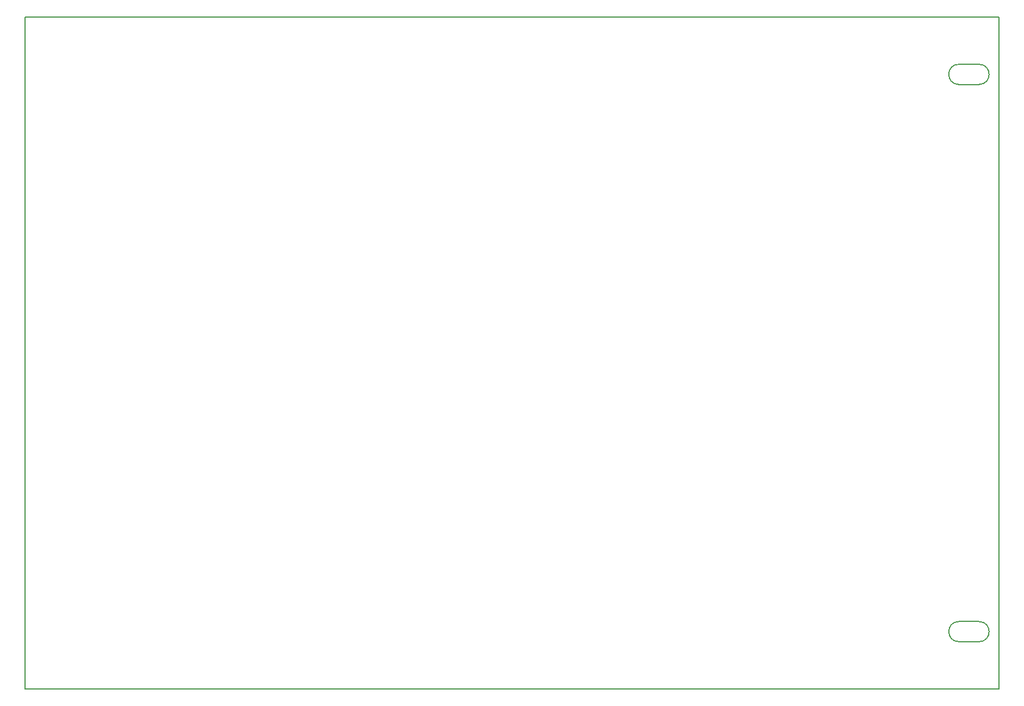
<source format=gbr>
G04 #@! TF.GenerationSoftware,KiCad,Pcbnew,(5.1.2)-1*
G04 #@! TF.CreationDate,2020-05-19T21:26:11+03:00*
G04 #@! TF.ProjectId,switch_controller,73776974-6368-45f6-936f-6e74726f6c6c,rev?*
G04 #@! TF.SameCoordinates,Original*
G04 #@! TF.FileFunction,Profile,NP*
%FSLAX46Y46*%
G04 Gerber Fmt 4.6, Leading zero omitted, Abs format (unit mm)*
G04 Created by KiCad (PCBNEW (5.1.2)-1) date 2020-05-19 21:26:11*
%MOMM*%
%LPD*%
G04 APERTURE LIST*
%ADD10C,0.150000*%
G04 APERTURE END LIST*
D10*
X204000000Y-140000000D02*
X207000000Y-140000000D01*
X204000000Y-143000000D02*
G75*
G02X204000000Y-140000000I0J1500000D01*
G01*
X204000000Y-143000000D02*
X207000000Y-143000000D01*
X207000000Y-140000000D02*
G75*
G02X207000000Y-143000000I0J-1500000D01*
G01*
X204000000Y-60000000D02*
X207000000Y-60000000D01*
X204000000Y-57000000D02*
X207000000Y-57000000D01*
X204000000Y-60000000D02*
G75*
G02X204000000Y-57000000I0J1500000D01*
G01*
X207000000Y-57000000D02*
G75*
G02X207000000Y-60000000I0J-1500000D01*
G01*
X65000000Y-150000000D02*
X65000000Y-50000000D01*
X210000000Y-150000000D02*
X65000000Y-150000000D01*
X210000000Y-50000000D02*
X210000000Y-150000000D01*
X65000000Y-50000000D02*
X210000000Y-50000000D01*
M02*

</source>
